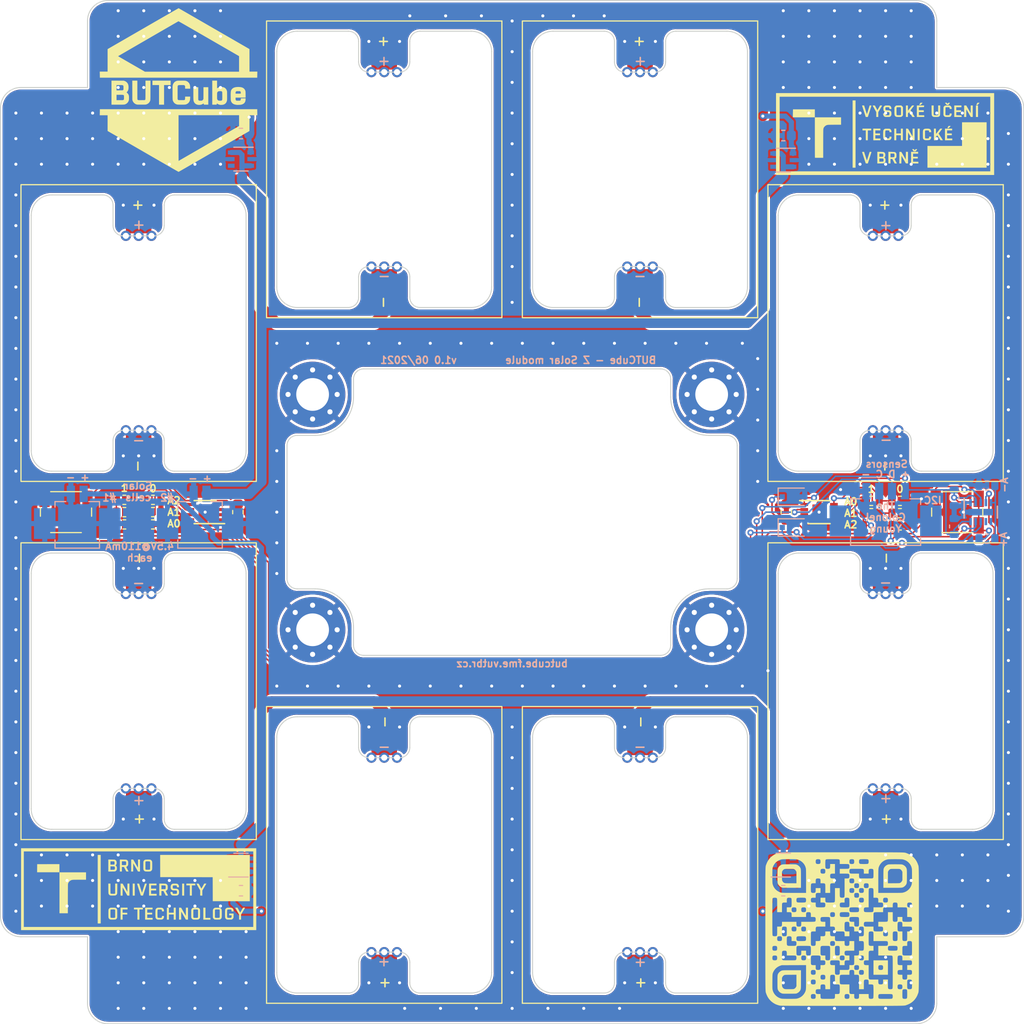
<source format=kicad_pcb>
(kicad_pcb (version 20210424) (generator pcbnew)

  (general
    (thickness 1.6)
  )

  (paper "A4")
  (title_block
    (title "BUTCube - Solar module Z")
    (date "2021-06-04")
    (rev "v1.0")
    (company "VUT")
    (comment 1 "Author: Petr Malaník")
  )

  (layers
    (0 "F.Cu" signal)
    (31 "B.Cu" signal)
    (34 "B.Paste" user)
    (35 "F.Paste" user)
    (36 "B.SilkS" user "B.Silkscreen")
    (37 "F.SilkS" user "F.Silkscreen")
    (38 "B.Mask" user)
    (39 "F.Mask" user)
    (40 "Dwgs.User" user "User.Drawings")
    (41 "Cmts.User" user "User.Comments")
    (42 "Eco1.User" user "User.Eco1")
    (43 "Eco2.User" user "User.Eco2")
    (44 "Edge.Cuts" user)
    (45 "Margin" user)
    (46 "B.CrtYd" user "B.Courtyard")
    (47 "F.CrtYd" user "F.Courtyard")
    (48 "B.Fab" user)
    (49 "F.Fab" user)
    (50 "User.1" user)
    (51 "User.2" user)
  )

  (setup
    (stackup
      (layer "F.SilkS" (type "Top Silk Screen"))
      (layer "F.Paste" (type "Top Solder Paste"))
      (layer "F.Mask" (type "Top Solder Mask") (color "Green") (thickness 0.01))
      (layer "F.Cu" (type "copper") (thickness 0.035))
      (layer "dielectric 1" (type "core") (thickness 1.51) (material "FR4") (epsilon_r 4.5) (loss_tangent 0.02))
      (layer "B.Cu" (type "copper") (thickness 0.035))
      (layer "B.Mask" (type "Bottom Solder Mask") (color "Green") (thickness 0.01))
      (layer "B.Paste" (type "Bottom Solder Paste"))
      (layer "B.SilkS" (type "Bottom Silk Screen"))
      (copper_finish "None")
      (dielectric_constraints no)
    )
    (pad_to_mask_clearance 0.06)
    (solder_mask_min_width 0.105)
    (pcbplotparams
      (layerselection 0x00010f0_ffffffff)
      (disableapertmacros false)
      (usegerberextensions true)
      (usegerberattributes true)
      (usegerberadvancedattributes false)
      (creategerberjobfile false)
      (svguseinch false)
      (svgprecision 6)
      (excludeedgelayer true)
      (plotframeref false)
      (viasonmask true)
      (mode 1)
      (useauxorigin false)
      (hpglpennumber 1)
      (hpglpenspeed 20)
      (hpglpendiameter 15.000000)
      (dxfpolygonmode true)
      (dxfimperialunits true)
      (dxfusepcbnewfont true)
      (psnegative false)
      (psa4output false)
      (plotreference false)
      (plotvalue false)
      (plotinvisibletext false)
      (sketchpadsonfab false)
      (subtractmaskfromsilk false)
      (outputformat 1)
      (mirror false)
      (drillshape 0)
      (scaleselection 1)
      (outputdirectory "gerbers")
    )
  )

  (net 0 "")
  (net 1 "Net-(C1-Pad1)")
  (net 2 "GND")
  (net 3 "Net-(C2-Pad1)")
  (net 4 "Net-(C3-Pad1)")
  (net 5 "Net-(C4-Pad1)")
  (net 6 "VCC")
  (net 7 "/PH_1")
  (net 8 "/PH_2")
  (net 9 "/Solar_unit_1/OUT")
  (net 10 "/SDA")
  (net 11 "/SCL")
  (net 12 "/Solar_unit_3/OUT")
  (net 13 "Net-(R2-Pad2)")
  (net 14 "Net-(R4-Pad2)")
  (net 15 "Net-(R6-Pad2)")
  (net 16 "Net-(R10-Pad1)")
  (net 17 "Net-(R11-Pad2)")
  (net 18 "Net-(R13-Pad2)")
  (net 19 "Net-(R15-Pad2)")
  (net 20 "Net-(SC1-Pad2)")
  (net 21 "Net-(SC3-Pad2)")
  (net 22 "Net-(SC5-Pad2)")
  (net 23 "Net-(SC7-Pad2)")
  (net 24 "unconnected-(U1-Pad3)")
  (net 25 "unconnected-(U2-Pad3)")
  (net 26 "unconnected-(U3-Pad6)")
  (net 27 "unconnected-(U3-Pad7)")

  (footprint "TCY_solar:SM141K04L" (layer "F.Cu") (at 114.5 76.5 -90))

  (footprint "MountingHole:MountingHole_3.2mm_M3_Pad_Via" (layer "F.Cu") (at 131.5 105.5))

  (footprint "TCY_solar:SM141K04L" (layer "F.Cu") (at 163.5 60.5 -90))

  (footprint "TCY_smd_leds:VEMD5160X" (layer "F.Cu") (at 107.4 94 90))

  (footprint "TCY_solar:SM141K04L" (layer "F.Cu") (at 187.5 111.5 90))

  (footprint "MountingHole:MountingHole_3.2mm_M3_Pad_Via" (layer "F.Cu") (at 131.5 82.5))

  (footprint "LOGO" (layer "F.Cu") (at 114.5 130.85))

  (footprint "TCY_passives:R_0603_1608Metric" (layer "F.Cu") (at 188.9 95.3))

  (footprint "Package_DFN_QFN:DFN-8-1EP_3x2mm_P0.5mm_EP1.3x1.5mm" (layer "F.Cu") (at 121 94 180))

  (footprint "TCY_solar:SM141K04L" (layer "F.Cu") (at 114.5 111.5 90))

  (footprint "TCY_solar:SM141K04L" (layer "F.Cu") (at 138.5 60.5 -90))

  (footprint "LOGO" (layer "F.Cu") (at 118.4 52.75))

  (footprint "TCY_smd_leds:VEMD5160X" (layer "F.Cu") (at 194.5 94 -90))

  (footprint "TCY_passives:R_0603_1608Metric" (layer "F.Cu") (at 188.9 94.1))

  (footprint "TCY_solar:SM141K04L" (layer "F.Cu") (at 138.5 127.5 90))

  (footprint "LOGO" (layer "F.Cu")
    (tedit 0) (tstamp 54c3c86d-c900-421b-9fa7-0ac2208e0810)
    (at 183.25 134.75)
    (attr board_only exclude_from_pos_files exclude_from_bom)
    (fp_text reference "G***" (at 0 0) (layer "F.SilkS") hide
      (effects (font (size 1.524 1.524) (thickness 0.3)))
      (tstamp 916817b3-6d27-470d-bc54-fa487ae74e27)
    )
    (fp_text value "LOGO" (at 0.75 0) (layer "F.SilkS") hide
      (effects (font (size 1.524 1.524) (thickness 0.3)))
      (tstamp 8000b8d1-79c5-437f-a04b-61ad80989c3c)
    )
    (fp_poly (pts (xy 4.477607 4.464161)
      (xy 3.065749 4.464161)
      (xy 3.065749 3.758232)
      (xy 3.536368 3.758232)
      (xy 3.53944 3.834849)
      (xy 3.550021 3.890655)
      (xy 3.570163 3.931174)
      (xy 3.601917 3.961928)
      (xy 3.615336 3.970902)
      (xy 3.651051 3.983384)
      (xy 3.704663 3.991117)
      (xy 3.767588 3.99404)
      (xy 3.831242 3.99209)
      (xy 3.887041 3.985205)
      (xy 3.926401 3.973324)
      (xy 3.92675 3.973145)
      (xy 3.962874 3.947069)
      (xy 3.987104 3.909891)
      (xy 4.001149 3.857039)
      (xy 4.006716 3.783939)
      (xy 4.006988 3.758232)
      (xy 4.003002 3.672821)
      (xy 3.98891 3.610145)
      (xy 3.961511 3.56701)
      (xy 3.917603 3.540224)
      (xy 3.853985 3.526594)
      (xy 3.771059 3.522922)
      (xy 3.685648 3.527293)
      (xy 3.622863 3.542462)
      (xy 3.579626 3.571513)
      (xy 3.552862 3.61753)
      (xy 3.539495 3.683597)
      (xy 3.536368 3.758232)
      (xy 3.065749 3.758232)
      (xy 3.065749 3.052303)
      (xy 4.477607 3.052303)) (layer "F.SilkS") (width 0) (fill solid) (tstamp 184c652b-e067-4d67-adfe-c82b168ba530))
    (fp_poly (pts (xy 2.512506 -7.503028)
      (xy 2.848563 -7.502987)
      (xy 3.163002 -7.5029)
      (xy 3.456578 -7.502757)
      (xy 3.730043 -7.502548)
      (xy 3.984152 -7.502263)
      (xy 4.219658 -7.50189)
      (xy 4.437314 -7.501421)
      (xy 4.637875 -7.500843)
      (xy 4.822094 -7.500148)
      (xy 4.990724 -7.499324)
      (xy 5.144519 -7.498362)
      (xy 5.284232 -7.49725)
      (xy 5.410618 -7.495979)
      (xy 5.524429 -7.494537)
      (xy 5.62642 -7.492916)
      (xy 5.717344 -7.491103)
      (xy 5.797955 -7.48909)
      (xy 5.869005 -7.486864)
      (xy 5.931249 -7.484417)
      (xy 5.985441 -7.481738)
      (xy 6.032334 -7.478816)
      (xy 6.072681 -7.47564)
      (xy 6.107236 -7.472201)
      (xy 6.136753 -7.468489)
      (xy 6.161986 -7.464492)
      (xy 6.183687 -7.4602)
      (xy 6.202611 -7.455603)
      (xy 6.219511 -7.450691)
      (xy 6.235141 -7.445453)
      (xy 6.250253 -7.439879)
      (xy 6.265603 -7.433958)
      (xy 6.281944 -7.427681)
      (xy 6.300028 -7.421035)
      (xy 6.315057 -7.415848)
      (xy 6.517963 -7.334306)
      (xy 6.705542 -7.231061)
      (xy 6.876645 -7.10726)
      (xy 7.030126 -6.964053)
      (xy 7.164836 -6.802586)
      (xy 7.279627 -6.624007)
      (xy 7.373353 -6.429463)
      (xy 7.415848 -6.315057)
      (xy 7.422773 -6.295187)
      (xy 7.429323 -6.277621)
      (xy 7.435509 -6.261606)
      (xy 7.44134 -6.246389)
      (xy 7.446827 -6.231216)
      (xy 7.45198 -6.215332)
      (xy 7.456811 -6.197986)
      (xy 7.461328 -6.178422)
      (xy 7.465543 -6.155888)
      (xy 7.469467 -6.129629)
      (xy 7.473108 -6.098893)
      (xy 7.476478 -6.062926)
      (xy 7.479588 -6.020974)
      (xy 7.482447 -5.972283)
      (xy 7.485066 -5.9161)
      (xy 7.487455 -5.851671)
      (xy 7.489625 -5.778243)
      (xy 7.491586 -5.695062)
      (xy 7.493349 -5.601375)
      (xy 7.494923 -5.496427)
      (xy 7.49632 -5.379466)
      (xy 7.49755 -5.249737)
      (xy 7.498622 -5.106488)
      (xy 7.499548 -4.948964)
      (xy 7.500338 -4.776412)
      (xy 7.501002 -4.588078)
      (xy 7.501551 -4.38321)
      (xy 7.501994 -4.161052)
      (xy 7.502343 -3.920852)
      (xy 7.502608 -3.661855)
      (xy 7.502799 -3.383309)
      (xy 7.502927 -3.08446)
      (xy 7.503001 -2.764554)
      (xy 7.503033 -2.422838)
      (xy 7.503033 -2.058558)
      (xy 7.50301 -1.67096)
      (xy 7.502977 -1.25929)
      (xy 7.502942 -0.822796)
      (xy 7.502916 -0.360724)
      (xy 7.502909 0)
      (xy 7.502921 0.481586)
      (xy 7.50295 0.937034)
      (xy 7.502986 1.367096)
      (xy 7.503018 1.772526)
      (xy 7.503035 2.154078)
      (xy 7.503029 2.512506)
      (xy 7.502987 2.848563)
      (xy 7.5029 3.163002)
      (xy 7.502757 3.456578)
      (xy 7.502548 3.730043)
      (xy 7.502262 3.984152)
      (xy 7.50189 4.219658)
      (xy 7.501421 4.437314)
      (xy 7.500843 4.637875)
      (xy 7.500148 4.822094)
      (xy 7.499324 4.990724)
      (xy 7.498362 5.144519)
      (xy 7.49725 5.284232)
      (xy 7.495979 5.410618)
      (xy 7.494537 5.524429)
      (xy 7.492916 5.62642)
      (xy 7.491103 5.717344)
      (xy 7.48909 5.797955)
      (xy 7.486864 5.869005)
      (xy 7.484417 5.931249)
      (xy 7.481738 5.985441)
      (xy 7.478815 6.032334)
      (xy 7.47564 6.072681)
      (xy 7.472201 6.107236)
      (xy 7.468489 6.136753)
      (xy 7.464492 6.161986)
      (xy 7.4602 6.183687)
      (xy 7.455603 6.202611)
      (xy 7.450691 6.219511)
      (xy 7.445453 6.235141)
      (xy 7.439879 6.250253)
      (xy 7.433958 6.265603)
      (xy 7.42768 6.281944)
      (xy 7.421035 6.300028)
      (xy 7.415848 6.315057)
      (xy 7.334306 6.517963)
      (xy 7.231061 6.705542)
      (xy 7.10726 6.876645)
      (xy 6.964053 7.030126)
      (xy 6.802586 7.164836)
      (xy 6.624006 7.279627)
      (xy 6.429463 7.373353)
      (xy 6.315057 7.415848)
      (xy 6.295204 7.422769)
      (xy 6.277659 7.429315)
      (xy 6.26167 7.435497)
      (xy 6.246483 7.441325)
      (xy 6.231346 7.44681)
      (xy 6.215506 7.451962)
      (xy 6.198211 7.45679)
      (xy 6.178707 7.461306)
      (xy 6.156243 7.465518)
      (xy 6.130066 7.469438)
      (xy 6.099423 7.473076)
      (xy 6.063561 7.476441)
      (xy 6.021727 7.479545)
      (xy 5.973169 7.482397)
      (xy 5.917135 7.485007)
      (xy 5.852871 7.487385)
      (xy 5.779625 7.489543)
      (xy 5.696644 7.491489)
      (xy 5.603176 7.493235)
      (xy 5.498467 7.49479)
      (xy 5.381766 7.496165)
      (xy 5.252319 7.49737)
      (xy 5.109374 7.498414)
      (xy 4.952178 7.499309)
      (xy 4.779979 7.500064)
      (xy 4.592024 7.50069)
      (xy 4.387559 7.501196)
      (xy 4.165833 7.501594)
      (xy 3.926093 7.501892)
      (xy 3.667586 7.502102)
      (xy 3.389559 7.502234)
      (xy 3.09126 7.502298)
      (xy 2.771936 7.502303)
      (xy 2.430835 7.50226)
      (xy 2.067203 7.50218)
      (xy 1.680288 7.502073)
      (xy 1.269338 7.501948)
      (xy 0.833599 7.501817)
      (xy 0.372319 7.501688)
      (xy -0.013446 7.501595)
      (xy -0.49848 7.501478)
      (xy -0.957331 7.501345)
      (xy -1.390711 7.501196)
      (xy -1.799329 7.501026)
      (xy -2.183897 7.500835)
      (xy -2.545124 7.500618)
      (xy -2.883721 7.500375)
      (xy -3.200398 7.500102)
      (xy -3.495867 7.499798)
      (xy -3.770837 7.499459)
      (xy -4.026018 7.499084)
      (xy -4.262122 7.49867)
      (xy -4.479858 7.498215)
      (xy -4.679938 7.497716)
      (xy -4.86307 7.497172)
      (xy -5.029967 7.496578)
      (xy -5.181338 7.495934)
      (xy -5.317893 7.495237)
      (xy -5.440344 7.494485)
      (xy -5.5494 7.493674)
      (xy -5.645773 7.492803)
      (xy -5.730171 7.49187)
      (xy -5.803307 7.490872)
      (xy -5.86589 7.489806)
      (xy -5.91863 7.48867)
      (xy -5.962239 7.487462)
      (xy -5.997426 7.48618)
      (xy -6.024903 7.48482)
      (xy -6.045378 7.483382)
      (xy -6.059564 7.481862)
      (xy -6.062966 7.481345)
      (xy -6.171039 7.457918)
      (xy -6.290643 7.423124)
      (xy -6.410972 7.380571)
      (xy -6.52122 7.333868)
      (xy -6.55709 7.316362)
      (xy -6.743521 7.206557)
      (xy -6.912457 7.076696)
      (xy -7.062855 6.927992)
      (xy -7.193674 6.761661)
      (xy -7.303872 6.578917)
      (xy -7.392407 6.380976)
      (xy -7.415848 6.315057)
      (xy -7.422773 6.295187)
      (xy -7.429323 6.277621)
      (xy -7.435509 6.261606)
      (xy -7.44134 6.246389)
      (xy -7.446827 6.231215)
      (xy -7.45198 6.215332)
      (xy -7.456811 6.197985)
      (xy -7.461328 6.178422)
      (xy -7.465543 6.155888)
      (xy -7.469467 6.129629)
      (xy -7.473108 6.098893)
      (xy -7.476478 6.062926)
      (xy -7.479588 6.020974)
      (xy -7.482447 5.972283)
      (xy -7.485066 5.9161)
      (xy -7.487455 5.851671)
      (xy -7.489625 5.778243)
      (xy -7.491586 5.695062)
      (xy -7.493349 5.601375)
      (xy -7.49445 5.52798)
      (xy -6.815529 5.52798)
      (xy -6.81515 5.621055)
      (xy -6.814201 5.697205)
      (xy -6.812629 5.758923)
      (xy -6.810381 5.8087)
      (xy -6.807406 5.849027)
      (xy -6.80365 5.882395)
      (xy -6.799063 5.911297)
      (xy -6.796946 5.922348)
      (xy -6.751668 6.081776)
      (xy -6.682826 6.231562)
      (xy -6.592728 6.369416)
      (xy -6.48368 6.493048)
      (xy -6.357986 6.600167)
      (xy -6.217954 6.688482)
      (xy -6.06589 6.755701)
      (xy -5.916358 6.797142)
      (xy -5.878245 6.801907)
      (xy -5.816696 6.80604)
      (xy -5.735161 6.809538)
      (xy -5.63709 6.812398)
      (xy -5.525932 6.814617)
      (xy -5.405137 6.816193)
      (xy -5.278154 6.817124)
      (xy -5.148433 6.817405)
      (xy -5.019424 6.817035)
      (xy -4.894575 6.816011)
      (xy -4.777337 6.81433)
      (xy -4.671159 6.81199)
      (xy -4.579491 6.808987)
      (xy -4.505783 6.805319)
      (xy -4.453483 6.800983)
      (xy -4.43509 6.798312)
      (xy -4.270053 6.75325)
      (xy -4.115179 6.684375)
      (xy -3.972868 6.593624)
      (xy -3.959435 6.581948)
      (xy -3.052303 6.581948)
      (xy -3.049231 6.658565)
      (xy -3.03865 6.714372)
      (xy -3.018508 6.754891)
      (xy -2.986755 6.785644)
      (xy -2.973336 6.794618)
      (xy -2.937621 6.8071)
      (xy -2.884009 6.814834)
      (xy -2.821084 6.817756)
      (xy -2.75743 6.815806)
      (xy -2.701631 6.808921)
      (xy -2.662271 6.79704)
      (xy -2.661921 6.796861)
      (xy -2.625797 6.770785)
      (xy -2.601567 6.733607)
      (xy -2.587522 6.680755)
      (xy -2.581956 6.607655)
      (xy -2.581683 6.581948)
      (xy -2.585669 6.496537)
      (xy -2.599761 6.433861)
      (xy -2.62716 6.390726)
      (xy -2.671068 6.363941)
      (xy -2.734687 6.35031)
      (xy -2.817612 6.346638)
      (xy -2.903023 6.351009)
      (xy -2.965809 6.366178)
      (xy -3.009045 6.395229)
      (xy -3.03581 6.441246)
      (xy -3.049177 6.507313)
      (xy -3.052303 6.581948)
      (xy -3.959435 6.581948)
      (xy -3.84552 6.482933)
      (xy -3.735536 6.354237)
      (xy -3.645316 6.209472)
      (xy -3.608323 6.131565)
      (xy -3.599688 6.111329)
      (xy -2.581683 6.111329)
      (xy -2.57892 6.188707)
      (xy -2.56853 6.247307)
      (xy -2.547366 6.289642)
      (xy -2.51228 6.318227)
      (xy -2.460125 6.335578)
      (xy -2.387752 6.344209)
      (xy -2.292013 6.346635)
      (xy -2.287152 6.346638)
      (xy -2.111064 6.346638)
      (xy -2.111064 6.522727)
      (xy -2.109881 6.608155)
      (xy -2.105422 6.671458)
      (xy -2.096323 6.717336)
      (xy -2.081218 6.750487)
      (xy -2.058742 6.775611)
      (xy -2.032097 6.794618)
      (xy -2.021086 6.799943)
      (xy -2.005164 6.804347)
      (xy -1.981887 6.807918)
      (xy -1.948814 6.810743)
      (xy -1.903503 6.812908)
      (xy -1.84351 6.814502)
      (xy -1.766396 6.81561)
      (xy -1.669716 6.816322)
      (xy -1.551029 6.816722)
      (xy -1.407893 6.8169)
      (xy -1.407829 6.8169)
      (xy -1.263151 6.816874)
      (xy -1.142963 6.816551)
      (xy -1.044862 6.815857)
      (xy -0.966446 6.814714)
      (xy -0.905312 6.813046)
      (xy -0.85906 6.810775)
      (xy -0.825285 6.807826)
      (xy -0.801587 6.804121)
      (xy -0.785563 6.799585)
      (xy -0.779443 6.796861)
      (xy -0.749366 6.777371)
      (xy -0.727653 6.751894)
      (xy -0.713043 6.716115)
      (xy -0.704278 6.665718)
      (xy -0.700097 6.596391)
      (xy -0.699924 6.581948)
      (xy 0.242033 6.581948)
      (xy 0.245104 6.658565)
      (xy 0.255686 6.714372)
      (xy 0.275828 6.754891)
      (xy 0.307581 6.785644)
      (xy 0.321 6.794618)
      (xy 0.356715 6.8071)
      (xy 0.410327 6.814834)
      (xy 0.473252 6.817756)
      (xy 0.536906 6.815806)
      (xy 0.592705 6.808921)
      (xy 0.632065 6.79704)
      (xy 0.632415 6.796861)
      (xy 0.668538 6.770785)
      (xy 0.692769 6.733607)
      (xy 0.706814 6.680755)
      (xy 0.71238 6.607655)
      (xy 0.712652 6.581948)
      (xy 0.708666 6.496537)
      (xy 0.694574 6.433861)
      (xy 0.667175 6.390726)
      (xy 0.623267 6.363941)
      (xy 0.559649 6.35031)
      (xy 0.476723 6.346638)
      (xy 0.391313 6.351009)
      (xy 0.328527 6.366178)
      (xy 0.28529 6.395229)
      (xy 0.258526 6.441246)
      (xy 0.245159 6.507313)
      (xy 0.242033 6.581948)
      (xy -0.699924 6.581948)
      (xy -0.699206 6.522108)
      (xy -0.699206 6.346638)
      (xy -0.523737 6.346638)
      (xy -0.445478 6.346374)
      (xy -0.382439 6.343832)
      (xy -0.332974 6.336388)
      (xy -0.295439 6.321419)
      (xy -0.268186 6.296302)
      (xy -0.249572 6.258411)
      (xy -0.23795 6.205125)
      (xy -0.231676 6.133819)
      (xy -0.229103 6.041869)
      (xy -0.228586 5.926653)
      (xy -0.228587 5.876019)
      (xy -0.228752 5.751235)
      (xy -0.230347 5.650719)
      (xy -0.235015 5.571847)
      (xy -0.244403 5.511996)
      (xy -0.260155 5.468542)
      (xy -0.283918 5.438861)
      (xy -0.317337 5.42033)
      (xy -0.362057 5.410325)
      (xy -0.419723 5.406223)
      (xy -0.491982 5.405399)
      (xy -0.523737 5.4054)
      (xy -0.699206 5.4054)
      (xy -0.699206 4.994621)
      (xy -0.699267 4.949107)
      (xy -0.231251 4.949107)
      (xy -0.230306 5.04071)
      (xy -0.227917 5.12701)
      (xy -0.224083 5.203412)
      (xy -0.218806 5.265324)
      (xy -0.212084 5.30815)
      (xy -0.206595 5.324186)
      (xy -0.192998 5.34597)
      (xy -0.178701 5.363463)
      (xy -0.160765 5.377137)
      (xy -0.136249 5.387462)
      (xy -0.102216 5.394908)
      (xy -0.055724 5.399944)
      (xy 0.006166 5.403041)
      (xy 0.086394 5.404669)
      (xy 0.187899 5.405299)
      (xy 0.301254 5.4054)
      (xy 0.712652 5.4054)
      (xy 0.712652 5.816798)
      (xy 0.712809 5.935295)
      (xy 0.713378 6.0299)
      (xy 0.714505 6.103611)
      (xy 0.716338 6.159427)
      (xy 0.719023 6.200347)
      (xy 0.722709 6.22937)
      (xy 0.727541 6.249495)
      (xy 0.733667 6.26372)
      (xy 0.734644 6.265425)
      (xy 0.756138 6.29617)
      (xy 0.781692 6.318184)
      (xy 0.815956 6.332851)
      (xy 0.863576 6.341558)
      (xy 0.929201 6.345688)
      (xy 1.007183 6.346638)
      (xy 1.183272 6.346638)
      (xy 1.183272 6.522727)
      (xy 1.184454 6.608155)
      (xy 1.188913 6.671458)
      (xy 1.198013 6.717336)
      (xy 1.213118 6.750487)
      (xy 1.235593 6.775611)
      (xy 1.262239 6.794618)
      (xy 1.297954 6.8071)
      (xy 1.351566 6.814834)
      (xy 1.414491 6.817756)
      (xy 1.478145 6.815806)
      (xy 1.533944 6.808921)
      (xy 1.573304 6.79704)
      (xy 1.573653 6.796861)
      (xy 1.603731 6.777371)
      (xy 1.625444 6.751894)
      (xy 1.640054 6.716115)
      (xy 1.648819 6.665718)
      (xy 1.653 6.596391)
      (xy 1.653891 6.522108)
      (xy 1.653891 6.346638)
      (xy 2.59513 6.346638)
      (xy 2.59513 6.522727)
      (xy 2.597344 6.61959)
      (xy 2.605659 6.692948)
      (xy 2.62258 6.745946)
      (xy 2.650614 6.78173)
      (xy 2.692269 6.803445)
      (xy 2.75005 6.814238)
      (xy 2.826464 6.817254)
      (xy 2.82982 6.817258)
      (xy 2.909726 6.813876)
      (xy 2.968044 6.802595)
      (xy 3.009352 6.78171)
      (xy 3.038232 6.749514)
      (xy 3.045352 6.73702)
      (xy 3.050879 6.712733)
      (xy 3.055642 6.665036)
      (xy 3.059643 6.597401)
      (xy 3.060104 6.585435)
      (xy 3.535311 6.585435)
      (xy 3.538217 6.648891)
      (xy 3.546425 6.702896)
      (xy 3.558189 6.735755)
      (xy 3.569374 6.754457)
      (xy 3.580487 6.770025)
      (xy 3.593954 6.782748)
      (xy 3.6122 6.792915)
      (xy 3.637651 6.800814)
      (xy 3.672734 6.806735)
      (xy 3.719873 6.810966)
      (xy 3.781495 6.813797)
      (xy 3.860027 6.815515)
      (xy 3.957893 6.816411)
      (xy 4.077519 6.816773)
      (xy 4.221332 6.816889)
      (xy 4.239604 6.8169)
      (xy 4.384281 6.816874)
      (xy 4.50447 6.816551)
      (xy 4.602571 6.815857)
      (xy 4.680987 6.814714)
      (xy 4.74212 6.813046)
      (xy 4.788373 6.810775)
      (xy 4.822147 6.807826)
      (xy 4.845845 6.804121)
      (xy 4.86187 6.799585)
      (xy 4.867989 6.796861)
      (xy 4.90315 6.769544)
      (xy 4.92783 6.73702)
      (xy 4.939748 6.697479)
      (xy 4.946706 6.640611)
      (xy 4.948705 6.575523)
      (xy 4.945743 6.511318)
      (xy 4.937822 6.457102)
      (xy 4.92783 6.426876)
      (xy 4.917901 6.408431)
      (xy 4.907282 6.393055)
      (xy 4.893586 6.380467)
      (xy 4.874427 6.37039)
      (xy 4.847417 6.362544)
      (xy 4.810169 6.356649)
      (xy 4.760296 6.352427)
      (xy 4.695412 6.349599)
      (xy 4.613128 6.347885)
      (xy 4.51106 6.347006)
      (xy 4.386818 6.346684)
      (xy 4.241678 6.346638)
      (xy 5.889465 6.346638)
      (xy 5.889671 6.461015)
      (xy 5.890666 6.551716)
      (xy 5.893017 6.62196)
      (xy 5.897291 6.674962)
      (xy 5.904055 6.713941)
      (xy 5.913877 6.742112)
      (xy 5.927323 6.762692)
      (xy 5.944961 6.778899)
      (xy 5.967357 6.79395)
      (xy 5.968433 6.794618)
      (xy 6.004148 6.8071)
      (xy 6.05776 6.814834)
      (xy 6.120684 6.817756)
      (xy 6.184338 6.815806)
      (xy 6.240137 6.808921)
      (xy 6.279497 6.79704)
      (xy 6.279847 6.796861)
      (xy 6.302615 6.783762)
      (xy 6.320625 6.768591)
      (xy 6.334432 6.748232)
      (xy 6.34459 6.719573)
      (xy 6.351656 6.679499)
      (xy 6.356183 6.624896)
      (xy 6.358727 6.552652)
      (xy 6.359842 6.459652)
      (xy 6.360085 6.346638)
      (xy 6.359825 6.230525)
      (xy 6.358675 6.138188)
      (xy 6.35608 6.066514)
      (xy 6.351485 6.01239)
      (xy 6.344335 5.972701)
      (xy 6.334076 5.944334)
      (xy 6.320152 5.924175)
      (xy 6.302008 5.90911)
      (xy 6.279847 5.896416)
      (xy 6.240026 5.884223)
      (xy 6.183615 5.877185)
      (xy 6.119414 5.875259)
      (xy 6.056219 5.878399)
      (xy 6.00283 5.886558)
      (xy 5.970679 5.898011)
      (xy 5.947469 5.912751)
      (xy 5.929157 5.928562)
      (xy 5.915165 5.948644)
      (xy 5.904912 5.976198)
      (xy 5.89782 6.014424)
      (xy 5.893308 6.066524)
      (xy 5.890798 6.135697)
      (xy 5.889711 6.225143)
      (xy 5.889466 6.338064)
      (xy 5.889465 6.346638)
      (xy 4.241678 6.346638)
      (xy 4.094694 6.346665)
      (xy 3.972176 6.346935)
      (xy 3.871701 6.347738)
      (xy 3.790842 6.349362)
      (xy 3.727176 6.352095)
      (xy 3.678276 6.356226)
      (xy 3.641717 6.362042)
      (xy 3.615074 6.369831)
      (xy 3.595923 6.379883)
      (xy 3.581837 6.392485)
      (xy 3.570392 6.407926)
      (xy 3.559162 6.426493)
      (xy 3.55836 6.427852)
      (xy 3.545388 6.465966)
      (xy 3.537704 6.521477)
      (xy 3.535311 6.585435)
      (xy 3.060104 6.585435)
      (xy 3.06288 6.513299)
      (xy 3.065355 6.416202)
      (xy 3.067066 6.309582)
      (xy 3.068015 6.196911)
      (xy 3.0682 6.08166)
      (xy 3.067622 5.967301)
      (xy 3.066282 5.857306)
      (xy 3.064178 5.755147)
      (xy 3.061312 5.664295)
      (xy 3.057682 5.588222)
      (xy 3.053289 5.5304)
      (xy 3.048134 5.4943)
      (xy 3.045352 5.485637)
      (xy 3.025863 5.45556)
      (xy 3.000385 5.433846)
      (xy 2.964606 5.419237)
      (xy 2.91421 5.410472)
      (xy 2.844882 5.406291)
      (xy 2.770599 5.4054)
      (xy 2.59513 5.4054)
      (xy 2.59513 5.22993)
      (xy 2.593776 5.141791)
      (xy 2.588875 5.076133)
      (xy 2.579166 5.028641)
      (xy 2.563389 4.995002)
      (xy 2.540286 4.9709)
      (xy 2.514892 4.955177)
      (xy 2.475071 4.942984)
      (xy 2.41866 4.935947)
      (xy 2.354459 4.93402)
      (xy 2.291264 4.93716)
      (xy 2.237875 4.945319)
      (xy 2.205724 4.956772)
      (xy 2.18394 4.970369)
      (xy 2.166447 4.984666)
      (xy 2.152772 5.002602)
      (xy 2.142448 5.027117)
      (xy 2.135002 5.061151)
      (xy 2.129966 5.107643)
      (xy 2.126869 5.169533)
      (xy 2.12524 5.249761)
      (xy 2.124611 5.351266)
      (xy 2.12451 5.464621)
      (xy 2.12451 5.876019)
      (xy 1.653891 5.876019)
      (xy 1.653891 5.22993)
      (xy 1.653861 5.074524)
      (xy 1.653607 4.943739)
      (xy 1.652885 4.835305)
      (xy 1.651452 4.746951)
      (xy 1.649061 4.676405)
      (xy 1.645469 4.621398)
      (xy 1.640431 4.579657)
      (xy 1.633703 4.548912)
      (xy 1.625041 4.526893)
      (xy 1.614199 4.511328)
      (xy 1.600934 4.499946)
      (xy 1.585001 4.490476)
      (xy 1.573653 4.484558)
      (xy 1.546953 4.47518)
      (xy 1.506821 4.468929)
      (xy 1.448951 4.465396)
      (xy 1.369032 4.464172)
      (xy 1.358741 4.464161)
      (xy 1.183272 4.464161)
      (xy 1.183272 4.288692)
      (xy 1.18203 4.228851)
      (xy 1.653891 4.228851)
      (xy 1.656962 4.305468)
      (xy 1.667544 4.361275)
      (xy 1.687686 4.401794)
      (xy 1.719439 4.432548)
      (xy 1.732858 4.441521)
      (xy 1.768573 4.454003)
      (xy 1.822185 4.461737)
      (xy 1.88511 4.464659)
      (xy 1.948764 4.462709)
      (xy 2.004563 4.455824)
      (xy 2.043923 4.443943)
      (xy 2.044273 4.443764)
      (xy 2.080396 4.417688)
      (xy 2.104627 4.38051)
      (xy 2.118672 4.327658)
      (xy 2.124238 4.254558)
      (xy 2.12451 4.228851)
      (xy 2.120524 4.14344)
      (xy 2.106433 4.080764)
      (xy 2.079033 4.03763)
      (xy 2.035125 4.010844)
      (xy 1.971507 3.997214)
      (xy 1.888581 3.993542)
      (xy 1.803171 3.997912)
      (xy 1.740385 4.013081)
      (xy 1.697148 4.042132)
      (xy 1.670384 4.088149)
      (xy 1.657017 4.154216)
      (xy 1.653891 4.228851)
      (xy 1.18203 4.228851)
      (xy 1.181262 4.19186)
      (xy 1.17354 4.118553)
      (xy 1.157564 4.065591)
      (xy 1.13079 4.029793)
      (xy 1.090677 4.00798)
      (xy 1.034684 3.996972)
      (xy 0.960267 3.993588)
      (xy 0.947343 3.993542)
      (xy 0.870159 3.996321)
      (xy 0.811706 4.006755)
      (xy 0.769475 4.027991)
      (xy 0.740962 4.063174)
      (xy 0.723658 4.115449)
      (xy 0.715058 4.187963)
      (xy 0.712655 4.283861)
      (xy 0.712652 4.288073)
      (xy 0.712652 4.464161)
      (xy 0.301254 4.464161)
      (xy 0.177829 4.46429)
      (xy 0.078357 4.46499)
      (xy -0.000102 4.466731)
      (xy -0.060488 4.469983)
      (xy -0.10574 4.475216)
      (xy -0.138798 4.482902)
      (xy -0.162602 4.493508)
      (xy -0.180091 4.507506)
      (xy -0.194205 4.525366)
      (xy -0.206595 4.545374)
      (xy -0.214314 4.572326)
      (xy -0.22059 4.621538)
      (xy -0.225422 4.688416)
      (xy -0.228809 4.768366)
      (xy -0.230752 4.856795)
      (xy -0.231251 4.949107)
      (xy -0.699267 4.949107)
      (xy -0.699374 4.869758)
      (xy -0.70018 4.768917)
      (xy -0.702075 4.689223)
      (xy -0.705511 4.627808)
      (xy -0.710939 4.581798)
      (xy -0.718812 4.548322)
      (xy -0.729581 4.524509)
      (xy -0.743697 4.507487)
      (xy -0.761614 4.494384)
      (xy -0.779443 4.484558)
      (xy -0.819265 4.472364)
      (xy -0.875676 4.465327)
      (xy -0.939877 4.463401)
      (xy -1.003071 4.46654)
      (xy -1.056461 4.4747)
      (xy -1.088612 4.486153)
      (xy -1.106639 4.496892)
      (xy -1.12178 4.507545)
      (xy -1.134287 4.520412)
      (xy -1.144412 4.537796)
      (xy -1.152405 4.562)
      (xy -1.15852 4.595325)
      (xy -1.163006 4.640074)
      (xy -1.166116 4.698549)
      (xy -1.168101 4.773051)
      (xy -1.169214 4.865884)
      (xy -1.169705 4.97935)
      (xy -1.169826 5.11575)
      (xy -1.169825 5.229311)
      (xy -1.169825 5.876019)
      (xy -1.640445 5.876019)
      (xy -1.640445 5.70055)
      (xy -1.642454 5.603718)
      (xy -1.650176 5.530411)
      (xy -1.666153 5.477449)
      (xy -1.692926 5.441651)
      (xy -1.733039 5.419838)
      (xy -1.789033 5.40883)
      (xy -1.863449 5.405446)
      (xy -1.876374 5.4054)
      (xy -1.953557 5.408179)
      (xy -2.012011 5.418613)
      (xy -2.054241 5.439849)
      (xy -2.082754 5.475032)
      (xy -2.100058 5.527307)
      (xy -2.108658 5.599821)
      (xy -2.111061 5.695719)
      (xy -2.111064 5.699931)
      (xy -2.111064 5.876019)
      (xy -2.287152 5.876019)
      (xy -2.384005 5.878227)
      (xy -2.457353 5.886528)
      (xy -2.510342 5.903436)
      (xy -2.546122 5.931468)
      (xy -2.567839 5.973136)
      (xy -2.578642 6.030957)
      (xy -2.581679 6.107445)
      (xy -2.581683 6.111329)
      (xy -3.599688 6.111329)
      (xy -3.593942 6.097863)
      (xy -3.581274 6.066793)
      (xy -3.570209 6.0365)
      (xy -3.56064 6.005131)
      (xy -3.552457 5.970831)
      (xy -3.545552 5.931748)
      (xy -3.539817 5.886026)
      (xy -3.535144 5.831813)
      (xy -3.531422 5.767254)
      (xy -3.528545 5.690495)
      (xy -3.526403 5.599683)
      (xy -3.524889 5.492964)
      (xy -3.523893 5.368483)
      (xy -3.523306 5.224388)
      (xy -3.523213 5.17009)
      (xy -3.052303 5.17009)
      (xy -3.049231 5.246707)
      (xy -3.03865 5.302513)
      (xy -3.018508 5.343033)
      (xy -2.986755 5.373786)
      (xy -2.973336 5.38276)
      (xy -2.937621 5.395242)
      (xy -2.884009 5.402975)
      (xy -2.821084 5.405898)
      (xy -2.75743 5.403948)
      (xy -2.701631 5.397063)
      (xy -2.662271 5.385182)
      (xy -2.661921 5.385003)
      (xy -2.625797 5.358927)
      (xy -2.601567 5.321749)
      (xy -2.587522 5.268897)
      (xy -2.581956 5.195797)
      (xy -2.581683 5.17009)
      (xy -2.585669 5.084679)
      (xy -2.599761 5.022003)
      (xy -2.62716 4.978868)
      (xy -2.671068 4.952082)
      (xy -2.734687 4.938452)
      (xy -2.817612 4.93478)
      (xy -2.903023 4.939151)
      (xy -2.965809 4.95432)
      (xy -3.009045 4.983371)
      (xy -3.03581 5.029388)
      (xy -3.049177 5.095455)
      (xy -3.052303 5.17009)
      (xy -3.523213 5.17009)
      (xy -3.523022 5.058823)
      (xy -3.52293 4.869935)
      (xy -3.522923 4.699471)
      (xy -2.111064 4.699471)
      (xy -2.107993 4.776087)
      (xy -2.097411 4.831894)
      (xy -2.077269 4.872413)
      (xy -2.045516 4.903167)
      (xy -2.032097 4.912141)
      (xy -1.996382 4.924623)
      (xy -1.94277 4.932356)
      (xy -1.879845 4.935278)
      (xy -1.816191 4.933328)
      (xy -1.760392 4.926444)
      (xy -1.721032 4.914563)
      (xy -1.720682 4.914383)
      (xy -1.684559 4.888307)
      (xy -1.660328 4.85113)
      (xy -1.646283 4.798277)
      (xy -1.640717 4.725178)
      (xy -1.640445 4.699471)
      (xy -1.644431 4.61406)
      (xy -1.658522 4.551383)
      (xy -1.685922 4.508249)
      (xy -1.72983 4.481463)
      (xy -1.793448 4.467833)
      (xy -1.876374 4.464161)
      (xy -1.961784 4.468532)
      (xy -2.02457 4.483701)
      (xy -2.067807 4.512752)
      (xy -2.094571 4.558768)
      (xy -2.107938 4.624835)
      (xy -2.111064 4.699471)
      (xy -3.522923 4.699471)
      (xy -3.522922 4.672727)
      (xy -3.522922 4.228851)
      (xy -3.052303 4.228851)
      (xy -3.049231 4.305468)
      (xy -3.03865 4.361275)
      (xy -3.018508 4.401794)
      (xy -2.986755 4.432548)
      (xy -2.973336 4.441521)
      (xy -2.937621 4.454003)
      (xy -2.884009 4.461737)
      (xy -2.821084 4.464659)
      (xy -2.75743 4.462709)
      (xy -2.701631 4.455824)
      (xy -2.662271 4.443943)
      (xy -2.661921 4.443764)
      (xy -2.625797 4.417688)
      (xy -2.601567 4.38051)
      (xy -2.587522 4.327658)
      (xy -2.581956 4.254558)
      (xy -2.581683 4.228851)
      (xy -2.585669 4.14344)
      (xy -2.599761 4.080764)
      (xy -2.62716 4.03763)
      (xy -2.671068 4.010844)
      (xy -2.734687 3.997214)
      (xy -2.817612 3.993542)
      (xy -2.903023 3.997912)
      (xy -2.965809 4.013081)
      (xy -3.009045 4.042132)
      (xy -3.03581 4.088149)
      (xy -3.049177 4.154216)
      (xy -3.052303 4.228851)
      (xy -3.522922 4.228851)
      (xy -3.522922 3.522086)
      (xy -4.709555 3.52615)
      (xy -5.896188 3.530215)
      (xy -5.995314 3.560686)
      (xy -6.16157 3.624858)
      (xy -6.313431 3.710063)
      (xy -6.448964 3.814693)
      (xy -6.566235 3.937142)
      (xy -6.66331 4.075803)
      (xy -6.702425 4.148174)
      (xy -6.72497 4.193961)
      (xy -6.744081 4.234139)
      (xy -6.760056 4.271332)
      (xy -6.773196 4.30816)
      (xy -6.783799 4.347248)
      (xy -6.792166 4.391218)
      (xy -6.798597 4.442693)
      (xy -6.803391 4.504294)
      (xy -6.806849 4.578646)
      (xy -6.809269 4.668371)
      (xy -6.810952 4.776091)
      (xy -6.812198 4.904429)
      (xy -6.813306 5.056008)
      (xy -6.813767 5.122296)
      (xy -6.814786 5.281092)
      (xy -6.81539 5.415489)
      (xy -6.815529 5.52798)
      (xy -7.49445 5.52798)
      (xy -7.494924 5.496427)
      (xy -7.49632 5.379466)
      (xy -7.49755 5.249737)
      (xy -7.498622 5.106488)
      (xy -7.499548 4.948964)
      (xy -7.500338 4.776412)
      (xy -7.501002 4.588078)
      (xy -7.501551 4.38321)
      (xy -7.501994 4.161052)
      (xy -7.502344 3.920852)
      (xy -7.502608 3.661855)
      (xy -7.502799 3.383309)
      (xy -7.502927 3.08446)
      (xy -7.502989 2.816993)
      (xy -6.817258 2.816993)
      (xy -6.814186 2.89361)
      (xy -6.803605 2.949417)
      (xy -6.783463 2.989936)
      (xy -6.75171 3.020689)
      (xy -6.738291 3.029663)
      (xy -6.702576 3.042145)
      (xy -6.648964 3.049879)
      (xy -6.586039 3.052801)
      (xy -6.522385 3.050851)
      (xy -6.466586 3.043966)
      (xy -6.427226 3.032085)
      (xy -6.426876 3.031906)
      (xy -6.390752 3.00583)
      (xy -6.366522 2.968652)
      (xy -6.352477 2.9158)
      (xy -6.346911 2.8427)
      (xy -6.346638 2.816993)
      (xy -6.350624 2.731582)
      (xy -6.364716 2.668906)
      (xy -6.392115 2.625771)
      (xy -6.436023 2.598986)
      (xy -6.451523 2.595665)
      (xy -5.878663 2.595665)
      (xy -5.877746 2.687233)
      (xy -5.875392 2.77351)
      (xy -5.871598 2.849903)
      (xy -5.866365 2.911821)
      (xy -5.859691 2.954671)
      (xy -5.854198 2.9708)
      (xy -5.843013 2.989502)
      (xy -5.8319 3.00507)
      (xy -5.818433 3.017793)
      (xy -5.800188 3.02796)
      (xy -5.774736 3.035859)
      (xy -5.739654 3.04178)
      (xy -5.692514 3.046011)
      (xy -5.630892 3.048842)
      (xy -5.552361 3.05056)
      (xy -5.454495 3.051456)
      (xy -5.334868 3.051818)
      (xy -5.191056 3.051934)
      (xy -5.172784 3.051945)
      (xy -5.028106 3.051919)
      (xy -4.907918 3.051596)
      (xy -4.809817 3.050902)
      (xy -4.731401 3.049759)
      (xy -4.670267 3.048091)
      (xy -4.624015 3.04582)
      (xy -4.59024 3.042871)
      (xy -4.566542 3.039166)
      (xy -4.550518 3.03463)
      (xy -4.544398 3.031906)
      (xy -4.508275 3.00583)
      (xy -4.484044 2.968652)
      (xy -4.47 2.9158)
      (xy -4.464433 2.8427)
      (xy -4.464161 2.816993)
      (xy -3.993542 2.816993)
      (xy -3.99047 2.89361)
      (xy -3.979889 2.949417)
      (xy -3.959747 2.989936)
      (xy -3.927993 3.020689)
      (xy -3.914574 3.029663)
      (xy -3.878859 3.042145)
      (xy -3.825247 3.049879)
      (xy -3.762322 3.052801)
      (xy -3.698668 3.050851)
      (xy -3.642869 3.043966)
      (xy -3.603509 3.032085)
      (xy -3.60316 3.031906)
      (xy -3.567036 3.00583)
      (xy -3.542806 2.968652)
      (xy -3.534813 2.938575)
      (xy -3.052612 2.938575)
      (xy -3.052303 3.052303)
      (xy -3.0521 3.161577)
      (xy -3.05137 3.24724)
      (xy -3.049926 3.312569)
      (xy -3.047584 3.360843)
      (xy -3.044158 3.395341)
      (xy -3.039464 3.41934)
      (xy -3.033316 3.43612)
      (xy -3.030311 3.441709)
      (xy -3.008817 3.472454)
      (xy -2.983263 3.494467)
      (xy -2.948999 3.509135)
      (xy -2.901379 3.517841)
      (xy -2.835754 3.521972)
      (xy -2.757772 3.522922)
      (xy -2.581683 3.522922)
      (xy -2.581683 3.699011)
      (xy -2.580501 3.784439)
      (xy -2.576042 3.847742)
      (xy -2.566942 3.89362)
      (xy -2.551837 3.926771)
      (xy -2.529362 3.951895)
      (xy -2.502716 3.970902)
      (xy -2.467001 3.983384)
      (xy -2.413389 3.991117)
      (xy -2.350464 3.99404)
      (xy -2.28681 3.99209)
      (xy -2.231011 3.985205)
      (xy -2.191651 3.973324)
      (xy -2.191302 3.973145)
      
... [1538681 chars truncated]
</source>
